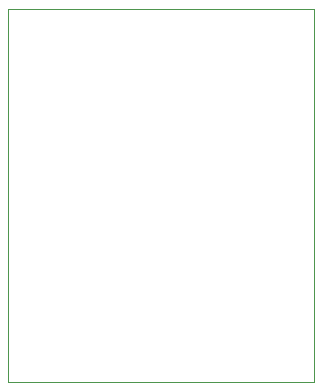
<source format=gm1>
G04 #@! TF.GenerationSoftware,KiCad,Pcbnew,9.0.1*
G04 #@! TF.CreationDate,2025-04-26T15:09:06-04:00*
G04 #@! TF.ProjectId,hello.LSM6DSV.RP2040,68656c6c-6f2e-44c5-934d-364453562e52,rev?*
G04 #@! TF.SameCoordinates,Original*
G04 #@! TF.FileFunction,Profile,NP*
%FSLAX46Y46*%
G04 Gerber Fmt 4.6, Leading zero omitted, Abs format (unit mm)*
G04 Created by KiCad (PCBNEW 9.0.1) date 2025-04-26 15:09:06*
%MOMM*%
%LPD*%
G01*
G04 APERTURE LIST*
G04 #@! TA.AperFunction,Profile*
%ADD10C,0.050000*%
G04 #@! TD*
G04 APERTURE END LIST*
D10*
X126720000Y-61930000D02*
X152600000Y-61930000D01*
X152600000Y-93520000D01*
X126720000Y-93520000D01*
X126720000Y-61930000D01*
M02*

</source>
